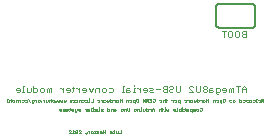
<source format=gbo>
G75*
G70*
%OFA0B0*%
%FSLAX24Y24*%
%IPPOS*%
%LPD*%
%AMOC8*
5,1,8,0,0,1.08239X$1,22.5*
%
%ADD10C,0.0040*%
%ADD11C,0.0020*%
%ADD12C,0.0060*%
D10*
X012411Y004679D02*
X012378Y004712D01*
X012378Y004879D01*
X012478Y004879D01*
X012511Y004846D01*
X012511Y004779D01*
X012478Y004746D01*
X012378Y004746D01*
X012411Y004679D02*
X012445Y004679D01*
X012290Y004779D02*
X012257Y004812D01*
X012157Y004812D01*
X012157Y004846D02*
X012157Y004746D01*
X012257Y004746D01*
X012290Y004779D01*
X012257Y004879D02*
X012190Y004879D01*
X012157Y004846D01*
X012069Y004879D02*
X012069Y004913D01*
X012036Y004946D01*
X011969Y004946D01*
X011936Y004913D01*
X011936Y004879D01*
X011969Y004846D01*
X012036Y004846D01*
X012069Y004879D01*
X012036Y004846D02*
X012069Y004812D01*
X012069Y004779D01*
X012036Y004746D01*
X011969Y004746D01*
X011936Y004779D01*
X011936Y004812D01*
X011969Y004846D01*
X011848Y004779D02*
X011848Y004946D01*
X011715Y004946D02*
X011715Y004779D01*
X011748Y004746D01*
X011815Y004746D01*
X011848Y004779D01*
X011627Y004746D02*
X011494Y004879D01*
X011494Y004913D01*
X011527Y004946D01*
X011594Y004946D01*
X011627Y004913D01*
X011627Y004746D02*
X011494Y004746D01*
X011185Y004779D02*
X011185Y004946D01*
X011052Y004946D02*
X011052Y004779D01*
X011085Y004746D01*
X011152Y004746D01*
X011185Y004779D01*
X010964Y004779D02*
X010931Y004746D01*
X010864Y004746D01*
X010831Y004779D01*
X010831Y004812D01*
X010864Y004846D01*
X010931Y004846D01*
X010964Y004879D01*
X010964Y004913D01*
X010931Y004946D01*
X010864Y004946D01*
X010831Y004913D01*
X010743Y004946D02*
X010743Y004746D01*
X010643Y004746D01*
X010610Y004779D01*
X010610Y004812D01*
X010643Y004846D01*
X010743Y004846D01*
X010643Y004846D02*
X010610Y004879D01*
X010610Y004913D01*
X010643Y004946D01*
X010743Y004946D01*
X010522Y004846D02*
X010389Y004846D01*
X010301Y004846D02*
X010268Y004879D01*
X010168Y004879D01*
X010201Y004812D02*
X010268Y004812D01*
X010301Y004846D01*
X010301Y004746D02*
X010201Y004746D01*
X010168Y004779D01*
X010201Y004812D01*
X010080Y004812D02*
X009947Y004812D01*
X009947Y004846D01*
X009980Y004879D01*
X010047Y004879D01*
X010080Y004846D01*
X010080Y004779D01*
X010047Y004746D01*
X009980Y004746D01*
X009859Y004746D02*
X009859Y004879D01*
X009793Y004879D02*
X009759Y004879D01*
X009793Y004879D02*
X009859Y004812D01*
X009675Y004746D02*
X009609Y004746D01*
X009642Y004746D02*
X009642Y004879D01*
X009675Y004879D01*
X009642Y004946D02*
X009642Y004979D01*
X009495Y004879D02*
X009428Y004879D01*
X009395Y004846D01*
X009395Y004746D01*
X009495Y004746D01*
X009528Y004779D01*
X009495Y004812D01*
X009395Y004812D01*
X009307Y004746D02*
X009240Y004746D01*
X009274Y004746D02*
X009274Y004946D01*
X009307Y004946D01*
X008939Y004846D02*
X008939Y004779D01*
X008905Y004746D01*
X008805Y004746D01*
X008718Y004779D02*
X008718Y004846D01*
X008684Y004879D01*
X008618Y004879D01*
X008584Y004846D01*
X008584Y004779D01*
X008618Y004746D01*
X008684Y004746D01*
X008718Y004779D01*
X008805Y004879D02*
X008905Y004879D01*
X008939Y004846D01*
X008497Y004879D02*
X008497Y004746D01*
X008497Y004879D02*
X008397Y004879D01*
X008363Y004846D01*
X008363Y004746D01*
X008209Y004746D02*
X008142Y004879D01*
X008055Y004846D02*
X008021Y004879D01*
X007955Y004879D01*
X007921Y004846D01*
X007921Y004812D01*
X008055Y004812D01*
X008055Y004779D02*
X008055Y004846D01*
X008055Y004779D02*
X008021Y004746D01*
X007955Y004746D01*
X007834Y004746D02*
X007834Y004879D01*
X007834Y004812D02*
X007767Y004879D01*
X007734Y004879D01*
X007650Y004879D02*
X007583Y004879D01*
X007616Y004913D02*
X007616Y004779D01*
X007583Y004746D01*
X007502Y004779D02*
X007502Y004846D01*
X007469Y004879D01*
X007402Y004879D01*
X007369Y004846D01*
X007369Y004812D01*
X007502Y004812D01*
X007502Y004779D02*
X007469Y004746D01*
X007402Y004746D01*
X007281Y004746D02*
X007281Y004879D01*
X007215Y004879D02*
X007181Y004879D01*
X007215Y004879D02*
X007281Y004812D01*
X006876Y004746D02*
X006876Y004879D01*
X006843Y004879D01*
X006810Y004846D01*
X006776Y004879D01*
X006743Y004846D01*
X006743Y004746D01*
X006810Y004746D02*
X006810Y004846D01*
X006655Y004846D02*
X006655Y004779D01*
X006622Y004746D01*
X006555Y004746D01*
X006522Y004779D01*
X006522Y004846D01*
X006555Y004879D01*
X006622Y004879D01*
X006655Y004846D01*
X006434Y004846D02*
X006401Y004879D01*
X006301Y004879D01*
X006301Y004946D02*
X006301Y004746D01*
X006401Y004746D01*
X006434Y004779D01*
X006434Y004846D01*
X006213Y004879D02*
X006213Y004779D01*
X006180Y004746D01*
X006080Y004746D01*
X006080Y004879D01*
X005992Y004946D02*
X005959Y004946D01*
X005959Y004746D01*
X005992Y004746D02*
X005926Y004746D01*
X005845Y004779D02*
X005845Y004846D01*
X005812Y004879D01*
X005745Y004879D01*
X005712Y004846D01*
X005712Y004812D01*
X005845Y004812D01*
X005845Y004779D02*
X005812Y004746D01*
X005745Y004746D01*
X008209Y004746D02*
X008276Y004879D01*
X012599Y004846D02*
X012599Y004812D01*
X012732Y004812D01*
X012732Y004779D02*
X012732Y004846D01*
X012699Y004879D01*
X012632Y004879D01*
X012599Y004846D01*
X012632Y004746D02*
X012699Y004746D01*
X012732Y004779D01*
X012820Y004746D02*
X012820Y004846D01*
X012853Y004879D01*
X012887Y004846D01*
X012887Y004746D01*
X012953Y004746D02*
X012953Y004879D01*
X012920Y004879D01*
X012887Y004846D01*
X013041Y004946D02*
X013174Y004946D01*
X013108Y004946D02*
X013108Y004746D01*
X013262Y004746D02*
X013262Y004879D01*
X013329Y004946D01*
X013395Y004879D01*
X013395Y004746D01*
X013395Y004846D02*
X013262Y004846D01*
X013270Y006583D02*
X013370Y006583D01*
X013370Y006783D01*
X013270Y006783D01*
X013237Y006750D01*
X013237Y006717D01*
X013270Y006683D01*
X013370Y006683D01*
X013270Y006683D02*
X013237Y006650D01*
X013237Y006617D01*
X013270Y006583D01*
X013149Y006617D02*
X013149Y006750D01*
X013116Y006783D01*
X013049Y006783D01*
X013016Y006750D01*
X013016Y006617D01*
X013049Y006583D01*
X013116Y006583D01*
X013149Y006617D01*
X012928Y006617D02*
X012895Y006583D01*
X012828Y006583D01*
X012795Y006617D01*
X012795Y006750D01*
X012828Y006783D01*
X012895Y006783D01*
X012928Y006750D01*
X012928Y006617D01*
X012707Y006783D02*
X012574Y006783D01*
X012641Y006783D02*
X012641Y006583D01*
D11*
X008058Y003327D02*
X008024Y003361D01*
X008041Y003361D01*
X008041Y003377D01*
X008024Y003377D01*
X008024Y003361D01*
X008101Y003361D02*
X008101Y003411D01*
X008118Y003427D01*
X008168Y003427D01*
X008168Y003361D01*
X008212Y003377D02*
X008212Y003411D01*
X008229Y003427D01*
X008262Y003427D01*
X008279Y003411D01*
X008279Y003377D01*
X008262Y003361D01*
X008229Y003361D01*
X008212Y003377D01*
X008319Y003361D02*
X008336Y003377D01*
X008336Y003444D01*
X008352Y003427D02*
X008319Y003427D01*
X008396Y003427D02*
X008446Y003427D01*
X008463Y003411D01*
X008446Y003394D01*
X008413Y003394D01*
X008396Y003377D01*
X008413Y003361D01*
X008463Y003361D01*
X008507Y003394D02*
X008573Y003394D01*
X008573Y003377D02*
X008573Y003411D01*
X008557Y003427D01*
X008523Y003427D01*
X008507Y003411D01*
X008507Y003394D01*
X008523Y003361D02*
X008557Y003361D01*
X008573Y003377D01*
X008617Y003361D02*
X008617Y003461D01*
X008684Y003461D02*
X008684Y003361D01*
X008650Y003394D01*
X008617Y003361D01*
X008838Y003394D02*
X008905Y003394D01*
X008905Y003377D02*
X008905Y003411D01*
X008888Y003427D01*
X008855Y003427D01*
X008838Y003411D01*
X008838Y003394D01*
X008855Y003361D02*
X008888Y003361D01*
X008905Y003377D01*
X008947Y003361D02*
X008997Y003394D01*
X008947Y003427D01*
X008997Y003461D02*
X008997Y003361D01*
X009041Y003361D02*
X009041Y003427D01*
X009107Y003427D02*
X009107Y003377D01*
X009091Y003361D01*
X009041Y003361D01*
X009151Y003361D02*
X009218Y003361D01*
X009218Y003461D01*
X007874Y003444D02*
X007857Y003461D01*
X007824Y003461D01*
X007807Y003444D01*
X007807Y003427D01*
X007874Y003361D01*
X007807Y003361D01*
X007763Y003377D02*
X007696Y003444D01*
X007696Y003377D01*
X007713Y003361D01*
X007746Y003361D01*
X007763Y003377D01*
X007763Y003444D01*
X007746Y003461D01*
X007713Y003461D01*
X007696Y003444D01*
X007653Y003427D02*
X007619Y003461D01*
X007619Y003361D01*
X007586Y003361D02*
X007653Y003361D01*
X007542Y003361D02*
X007475Y003427D01*
X007475Y003444D01*
X007492Y003461D01*
X007526Y003461D01*
X007542Y003444D01*
X007542Y003361D02*
X007475Y003361D01*
X007694Y004077D02*
X007711Y004077D01*
X007694Y004077D02*
X007677Y004094D01*
X007677Y004177D01*
X007634Y004161D02*
X007617Y004177D01*
X007567Y004177D01*
X007583Y004144D02*
X007617Y004144D01*
X007634Y004161D01*
X007634Y004111D02*
X007583Y004111D01*
X007567Y004127D01*
X007583Y004144D01*
X007523Y004177D02*
X007490Y004177D01*
X007506Y004194D02*
X007506Y004127D01*
X007490Y004111D01*
X007449Y004127D02*
X007449Y004161D01*
X007433Y004177D01*
X007399Y004177D01*
X007383Y004161D01*
X007383Y004144D01*
X007449Y004144D01*
X007449Y004127D02*
X007433Y004111D01*
X007399Y004111D01*
X007339Y004111D02*
X007339Y004177D01*
X007322Y004177D01*
X007306Y004161D01*
X007289Y004177D01*
X007272Y004161D01*
X007272Y004111D01*
X007306Y004111D02*
X007306Y004161D01*
X007228Y004161D02*
X007212Y004177D01*
X007162Y004177D01*
X007178Y004144D02*
X007212Y004144D01*
X007228Y004161D01*
X007228Y004111D02*
X007178Y004111D01*
X007162Y004127D01*
X007178Y004144D01*
X007677Y004111D02*
X007727Y004111D01*
X007744Y004127D01*
X007744Y004177D01*
X007788Y004177D02*
X007838Y004177D01*
X007854Y004161D01*
X007838Y004144D01*
X007804Y004144D01*
X007788Y004127D01*
X007804Y004111D01*
X007854Y004111D01*
X008007Y004177D02*
X008024Y004177D01*
X008057Y004144D01*
X008057Y004111D02*
X008057Y004177D01*
X008101Y004161D02*
X008101Y004111D01*
X008151Y004111D01*
X008167Y004127D01*
X008151Y004144D01*
X008101Y004144D01*
X008101Y004161D02*
X008117Y004177D01*
X008151Y004177D01*
X008224Y004211D02*
X008224Y004111D01*
X008208Y004111D02*
X008241Y004111D01*
X008281Y004111D02*
X008315Y004111D01*
X008298Y004111D02*
X008298Y004177D01*
X008315Y004177D01*
X008298Y004211D02*
X008298Y004227D01*
X008241Y004211D02*
X008224Y004211D01*
X008359Y004161D02*
X008359Y004111D01*
X008392Y004111D02*
X008392Y004161D01*
X008375Y004177D01*
X008359Y004161D01*
X008392Y004161D02*
X008409Y004177D01*
X008425Y004177D01*
X008425Y004111D01*
X008466Y004111D02*
X008499Y004111D01*
X008482Y004111D02*
X008482Y004177D01*
X008499Y004177D01*
X008482Y004211D02*
X008482Y004227D01*
X008543Y004177D02*
X008593Y004177D01*
X008609Y004161D01*
X008593Y004144D01*
X008559Y004144D01*
X008543Y004127D01*
X008559Y004111D01*
X008609Y004111D01*
X008764Y004111D02*
X008814Y004111D01*
X008830Y004127D01*
X008830Y004161D01*
X008814Y004177D01*
X008764Y004177D01*
X008764Y004211D02*
X008764Y004111D01*
X008874Y004111D02*
X008874Y004161D01*
X008891Y004177D01*
X008941Y004177D01*
X008941Y004111D01*
X008985Y004111D02*
X009035Y004111D01*
X009051Y004127D01*
X009035Y004144D01*
X008985Y004144D01*
X008985Y004161D02*
X008985Y004111D01*
X008985Y004161D02*
X009001Y004177D01*
X009035Y004177D01*
X009206Y004161D02*
X009206Y004127D01*
X009222Y004111D01*
X009256Y004111D01*
X009272Y004127D01*
X009272Y004161D01*
X009256Y004177D01*
X009222Y004177D01*
X009206Y004161D01*
X009316Y004161D02*
X009316Y004111D01*
X009316Y004161D02*
X009333Y004177D01*
X009383Y004177D01*
X009383Y004111D01*
X009426Y004127D02*
X009426Y004211D01*
X009493Y004211D02*
X009493Y004127D01*
X009476Y004111D01*
X009443Y004111D01*
X009426Y004127D01*
X009647Y004127D02*
X009647Y004161D01*
X009664Y004177D01*
X009697Y004177D01*
X009714Y004161D01*
X009714Y004127D01*
X009697Y004111D01*
X009664Y004111D01*
X009647Y004127D01*
X009758Y004111D02*
X009758Y004161D01*
X009775Y004177D01*
X009825Y004177D01*
X009825Y004111D01*
X009865Y004111D02*
X009898Y004111D01*
X009882Y004111D02*
X009882Y004177D01*
X009898Y004177D01*
X009882Y004211D02*
X009882Y004227D01*
X009942Y004177D02*
X009942Y004111D01*
X009992Y004111D01*
X010009Y004127D01*
X010009Y004177D01*
X010052Y004177D02*
X010103Y004177D01*
X010119Y004161D01*
X010119Y004127D01*
X010103Y004111D01*
X010052Y004111D01*
X010052Y004211D01*
X010161Y004177D02*
X010178Y004177D01*
X010211Y004144D01*
X010211Y004111D02*
X010211Y004177D01*
X010255Y004177D02*
X010255Y004111D01*
X010255Y004161D02*
X010322Y004161D01*
X010322Y004177D02*
X010288Y004211D01*
X010255Y004177D01*
X010322Y004177D02*
X010322Y004111D01*
X010476Y004111D02*
X010476Y004161D01*
X010493Y004177D01*
X010526Y004177D01*
X010543Y004161D01*
X010583Y004177D02*
X010616Y004177D01*
X010600Y004194D02*
X010600Y004127D01*
X010583Y004111D01*
X010543Y004111D02*
X010543Y004211D01*
X010673Y004227D02*
X010673Y004211D01*
X010673Y004177D02*
X010673Y004111D01*
X010657Y004111D02*
X010690Y004111D01*
X010734Y004127D02*
X010734Y004177D01*
X010690Y004177D02*
X010673Y004177D01*
X010734Y004127D02*
X010750Y004111D01*
X010767Y004127D01*
X010784Y004111D01*
X010800Y004127D01*
X010800Y004177D01*
X010955Y004161D02*
X010955Y004144D01*
X011021Y004144D01*
X011021Y004127D02*
X011021Y004161D01*
X011005Y004177D01*
X010971Y004177D01*
X010955Y004161D01*
X010971Y004111D02*
X011005Y004111D01*
X011021Y004127D01*
X011062Y004111D02*
X011095Y004111D01*
X011078Y004111D02*
X011078Y004211D01*
X011095Y004211D01*
X011139Y004161D02*
X011155Y004177D01*
X011206Y004177D01*
X011206Y004211D02*
X011206Y004111D01*
X011155Y004111D01*
X011139Y004127D01*
X011139Y004161D01*
X011246Y004111D02*
X011279Y004111D01*
X011263Y004111D02*
X011263Y004177D01*
X011279Y004177D01*
X011263Y004211D02*
X011263Y004227D01*
X011319Y004177D02*
X011353Y004177D01*
X011336Y004194D02*
X011336Y004127D01*
X011319Y004111D01*
X011397Y004111D02*
X011447Y004111D01*
X011463Y004127D01*
X011447Y004144D01*
X011397Y004144D01*
X011397Y004161D02*
X011397Y004111D01*
X011397Y004161D02*
X011413Y004177D01*
X011447Y004177D01*
X011507Y004161D02*
X011507Y004127D01*
X011524Y004111D01*
X011574Y004111D01*
X011574Y004077D02*
X011574Y004177D01*
X011524Y004177D01*
X011507Y004161D01*
X011618Y004161D02*
X011618Y004111D01*
X011651Y004111D02*
X011651Y004161D01*
X011634Y004177D01*
X011618Y004161D01*
X011651Y004161D02*
X011668Y004177D01*
X011684Y004177D01*
X011684Y004111D01*
X011728Y004127D02*
X011728Y004161D01*
X011745Y004177D01*
X011778Y004177D01*
X011795Y004161D01*
X011795Y004127D01*
X011778Y004111D01*
X011745Y004111D01*
X011728Y004127D01*
X011839Y004127D02*
X011855Y004111D01*
X011889Y004111D01*
X011905Y004127D01*
X011905Y004194D01*
X011889Y004211D01*
X011855Y004211D01*
X011839Y004194D01*
X011797Y004423D02*
X011814Y004440D01*
X011814Y004473D01*
X011797Y004490D01*
X011747Y004490D01*
X011747Y004523D02*
X011747Y004423D01*
X011797Y004423D01*
X011856Y004490D02*
X011872Y004490D01*
X011906Y004457D01*
X011906Y004490D02*
X011906Y004423D01*
X011949Y004423D02*
X011999Y004423D01*
X012016Y004440D01*
X011999Y004457D01*
X011949Y004457D01*
X011949Y004473D02*
X011949Y004423D01*
X011949Y004473D02*
X011966Y004490D01*
X011999Y004490D01*
X012060Y004473D02*
X012126Y004473D01*
X012126Y004423D02*
X012126Y004523D01*
X012060Y004523D02*
X012060Y004423D01*
X012281Y004423D02*
X012281Y004473D01*
X012297Y004490D01*
X012347Y004490D01*
X012347Y004423D01*
X012391Y004457D02*
X012458Y004457D01*
X012458Y004473D02*
X012441Y004490D01*
X012408Y004490D01*
X012391Y004473D01*
X012391Y004457D01*
X012408Y004423D02*
X012441Y004423D01*
X012458Y004440D01*
X012458Y004473D01*
X012502Y004473D02*
X012502Y004440D01*
X012518Y004423D01*
X012568Y004423D01*
X012568Y004390D02*
X012568Y004490D01*
X012518Y004490D01*
X012502Y004473D01*
X012612Y004440D02*
X012612Y004507D01*
X012629Y004523D01*
X012662Y004523D01*
X012679Y004507D01*
X012679Y004440D01*
X012662Y004423D01*
X012629Y004423D01*
X012612Y004440D01*
X012833Y004440D02*
X012850Y004457D01*
X012883Y004457D01*
X012900Y004473D01*
X012883Y004490D01*
X012833Y004490D01*
X012833Y004440D02*
X012850Y004423D01*
X012900Y004423D01*
X012944Y004423D02*
X012994Y004423D01*
X013010Y004440D01*
X012994Y004457D01*
X012944Y004457D01*
X012944Y004473D02*
X012944Y004423D01*
X012944Y004473D02*
X012960Y004490D01*
X012994Y004490D01*
X013165Y004490D02*
X013215Y004490D01*
X013231Y004473D01*
X013231Y004440D01*
X013215Y004423D01*
X013165Y004423D01*
X013165Y004523D01*
X013275Y004473D02*
X013275Y004457D01*
X013342Y004457D01*
X013342Y004473D02*
X013325Y004490D01*
X013292Y004490D01*
X013275Y004473D01*
X013292Y004423D02*
X013325Y004423D01*
X013342Y004440D01*
X013342Y004473D01*
X013385Y004490D02*
X013436Y004490D01*
X013452Y004473D01*
X013436Y004457D01*
X013402Y004457D01*
X013385Y004440D01*
X013402Y004423D01*
X013452Y004423D01*
X013496Y004423D02*
X013546Y004423D01*
X013563Y004440D01*
X013546Y004457D01*
X013496Y004457D01*
X013496Y004473D02*
X013496Y004423D01*
X013496Y004473D02*
X013513Y004490D01*
X013546Y004490D01*
X013606Y004473D02*
X013606Y004457D01*
X013673Y004457D01*
X013673Y004473D02*
X013656Y004490D01*
X013623Y004490D01*
X013606Y004473D01*
X013623Y004423D02*
X013656Y004423D01*
X013673Y004440D01*
X013673Y004473D01*
X013713Y004423D02*
X013747Y004423D01*
X013730Y004423D02*
X013730Y004523D01*
X013747Y004523D01*
X013791Y004473D02*
X013791Y004457D01*
X013857Y004457D01*
X013857Y004473D02*
X013841Y004490D01*
X013807Y004490D01*
X013791Y004473D01*
X013807Y004423D02*
X013841Y004423D01*
X013857Y004440D01*
X013857Y004473D01*
X013901Y004473D02*
X013918Y004457D01*
X013968Y004457D01*
X013934Y004457D02*
X013901Y004423D01*
X013901Y004473D02*
X013901Y004507D01*
X013918Y004523D01*
X013968Y004523D01*
X013968Y004423D01*
X011703Y004440D02*
X011686Y004423D01*
X011670Y004440D01*
X011653Y004423D01*
X011636Y004440D01*
X011636Y004490D01*
X011576Y004490D02*
X011543Y004490D01*
X011526Y004473D01*
X011526Y004423D01*
X011576Y004423D01*
X011593Y004440D01*
X011576Y004457D01*
X011526Y004457D01*
X011482Y004457D02*
X011449Y004490D01*
X011432Y004490D01*
X011390Y004473D02*
X011373Y004490D01*
X011340Y004490D01*
X011323Y004473D01*
X011323Y004457D01*
X011390Y004457D01*
X011390Y004473D02*
X011390Y004440D01*
X011373Y004423D01*
X011340Y004423D01*
X011482Y004423D02*
X011482Y004490D01*
X011703Y004490D02*
X011703Y004440D01*
X011169Y004423D02*
X011119Y004423D01*
X011102Y004440D01*
X011102Y004473D01*
X011119Y004490D01*
X011169Y004490D01*
X011169Y004390D01*
X011059Y004440D02*
X011059Y004473D01*
X011042Y004490D01*
X011009Y004490D01*
X010992Y004473D01*
X010992Y004457D01*
X011059Y004457D01*
X011059Y004440D02*
X011042Y004423D01*
X011009Y004423D01*
X010948Y004423D02*
X010948Y004490D01*
X010915Y004490D02*
X010898Y004490D01*
X010915Y004490D02*
X010948Y004457D01*
X010746Y004490D02*
X010712Y004490D01*
X010729Y004507D02*
X010729Y004440D01*
X010712Y004423D01*
X010672Y004423D02*
X010672Y004523D01*
X010655Y004490D02*
X010622Y004490D01*
X010605Y004473D01*
X010605Y004423D01*
X010561Y004440D02*
X010561Y004473D01*
X010545Y004490D01*
X010511Y004490D01*
X010495Y004473D01*
X010495Y004457D01*
X010561Y004457D01*
X010561Y004440D02*
X010545Y004423D01*
X010511Y004423D01*
X010655Y004490D02*
X010672Y004473D01*
X010341Y004440D02*
X010324Y004423D01*
X010291Y004423D01*
X010274Y004440D01*
X010230Y004423D02*
X010163Y004423D01*
X010120Y004423D02*
X010120Y004523D01*
X010070Y004523D01*
X010053Y004507D01*
X010053Y004473D01*
X010070Y004457D01*
X010120Y004457D01*
X010086Y004457D02*
X010053Y004423D01*
X010009Y004423D02*
X010009Y004523D01*
X009942Y004423D01*
X009942Y004523D01*
X009788Y004507D02*
X009788Y004440D01*
X009772Y004423D01*
X009738Y004423D01*
X009721Y004440D01*
X009721Y004507D01*
X009738Y004523D01*
X009772Y004523D01*
X009788Y004507D01*
X009678Y004490D02*
X009628Y004490D01*
X009611Y004473D01*
X009611Y004440D01*
X009628Y004423D01*
X009678Y004423D01*
X009678Y004390D02*
X009678Y004490D01*
X009567Y004473D02*
X009551Y004490D01*
X009517Y004490D01*
X009501Y004473D01*
X009501Y004457D01*
X009567Y004457D01*
X009567Y004473D02*
X009567Y004440D01*
X009551Y004423D01*
X009517Y004423D01*
X009457Y004423D02*
X009457Y004490D01*
X009407Y004490D01*
X009390Y004473D01*
X009390Y004423D01*
X009236Y004423D02*
X009236Y004523D01*
X009236Y004473D02*
X009169Y004473D01*
X009169Y004523D02*
X009169Y004423D01*
X009125Y004440D02*
X009109Y004457D01*
X009059Y004457D01*
X009059Y004473D02*
X009059Y004423D01*
X009109Y004423D01*
X009125Y004440D01*
X009109Y004490D02*
X009075Y004490D01*
X009059Y004473D01*
X009015Y004457D02*
X008982Y004490D01*
X008965Y004490D01*
X008923Y004473D02*
X008906Y004490D01*
X008856Y004490D01*
X008856Y004523D02*
X008856Y004423D01*
X008906Y004423D01*
X008923Y004440D01*
X008923Y004473D01*
X009015Y004490D02*
X009015Y004423D01*
X008812Y004440D02*
X008796Y004423D01*
X008779Y004440D01*
X008762Y004423D01*
X008746Y004440D01*
X008746Y004490D01*
X008685Y004490D02*
X008652Y004490D01*
X008635Y004473D01*
X008635Y004423D01*
X008685Y004423D01*
X008702Y004440D01*
X008685Y004457D01*
X008635Y004457D01*
X008591Y004457D02*
X008558Y004490D01*
X008541Y004490D01*
X008499Y004473D02*
X008483Y004490D01*
X008449Y004490D01*
X008433Y004473D01*
X008433Y004457D01*
X008499Y004457D01*
X008499Y004473D02*
X008499Y004440D01*
X008483Y004423D01*
X008449Y004423D01*
X008591Y004423D02*
X008591Y004490D01*
X008812Y004490D02*
X008812Y004440D01*
X008278Y004423D02*
X008212Y004423D01*
X008168Y004423D02*
X008135Y004423D01*
X008151Y004423D02*
X008151Y004490D01*
X008168Y004490D01*
X008151Y004523D02*
X008151Y004540D01*
X008094Y004473D02*
X008094Y004440D01*
X008078Y004423D01*
X008028Y004423D01*
X007984Y004440D02*
X007984Y004473D01*
X007967Y004490D01*
X007934Y004490D01*
X007917Y004473D01*
X007917Y004457D01*
X007984Y004457D01*
X007984Y004440D02*
X007967Y004423D01*
X007934Y004423D01*
X007873Y004423D02*
X007873Y004490D01*
X007823Y004490D01*
X007807Y004473D01*
X007807Y004423D01*
X007763Y004440D02*
X007746Y004423D01*
X007696Y004423D01*
X007652Y004440D02*
X007652Y004473D01*
X007636Y004490D01*
X007602Y004490D01*
X007586Y004473D01*
X007586Y004457D01*
X007652Y004457D01*
X007652Y004440D02*
X007636Y004423D01*
X007602Y004423D01*
X007542Y004423D02*
X007542Y004440D01*
X007525Y004440D01*
X007525Y004423D01*
X007542Y004423D01*
X007542Y004473D02*
X007542Y004490D01*
X007525Y004490D01*
X007525Y004473D01*
X007542Y004473D01*
X007696Y004490D02*
X007746Y004490D01*
X007763Y004473D01*
X007763Y004440D01*
X008028Y004490D02*
X008078Y004490D01*
X008094Y004473D01*
X008278Y004523D02*
X008278Y004423D01*
X007376Y004440D02*
X007360Y004423D01*
X007343Y004440D01*
X007326Y004423D01*
X007310Y004440D01*
X007310Y004490D01*
X007266Y004490D02*
X007266Y004440D01*
X007249Y004423D01*
X007232Y004440D01*
X007216Y004423D01*
X007199Y004440D01*
X007199Y004490D01*
X007155Y004490D02*
X007155Y004440D01*
X007139Y004423D01*
X007122Y004440D01*
X007105Y004423D01*
X007089Y004440D01*
X007089Y004490D01*
X007045Y004440D02*
X007028Y004440D01*
X007028Y004423D01*
X007045Y004423D01*
X007045Y004440D01*
X006990Y004440D02*
X006973Y004423D01*
X006940Y004423D01*
X006923Y004440D01*
X006923Y004473D01*
X006940Y004490D01*
X006973Y004490D01*
X006990Y004473D01*
X006990Y004440D01*
X006879Y004423D02*
X006879Y004523D01*
X006862Y004490D02*
X006829Y004490D01*
X006812Y004473D01*
X006812Y004423D01*
X006769Y004440D02*
X006752Y004423D01*
X006735Y004440D01*
X006719Y004423D01*
X006702Y004440D01*
X006702Y004490D01*
X006658Y004490D02*
X006658Y004423D01*
X006658Y004457D02*
X006625Y004490D01*
X006608Y004490D01*
X006566Y004440D02*
X006549Y004440D01*
X006549Y004423D01*
X006566Y004423D01*
X006566Y004440D01*
X006511Y004440D02*
X006494Y004423D01*
X006461Y004423D01*
X006444Y004440D01*
X006444Y004473D01*
X006461Y004490D01*
X006494Y004490D01*
X006511Y004473D01*
X006511Y004440D01*
X006400Y004457D02*
X006367Y004490D01*
X006350Y004490D01*
X006308Y004473D02*
X006308Y004440D01*
X006292Y004423D01*
X006242Y004423D01*
X006242Y004407D02*
X006242Y004490D01*
X006292Y004490D01*
X006308Y004473D01*
X006275Y004390D02*
X006258Y004390D01*
X006242Y004407D01*
X006198Y004423D02*
X006131Y004523D01*
X006087Y004473D02*
X006087Y004440D01*
X006071Y004423D01*
X006021Y004423D01*
X005977Y004440D02*
X005977Y004473D01*
X005960Y004490D01*
X005927Y004490D01*
X005910Y004473D01*
X005910Y004457D01*
X005977Y004457D01*
X005977Y004440D02*
X005960Y004423D01*
X005927Y004423D01*
X005866Y004423D02*
X005866Y004490D01*
X005833Y004490D02*
X005816Y004490D01*
X005833Y004490D02*
X005866Y004457D01*
X005774Y004490D02*
X005724Y004490D01*
X005708Y004473D01*
X005708Y004423D01*
X005664Y004440D02*
X005647Y004423D01*
X005614Y004423D01*
X005597Y004440D01*
X005597Y004473D01*
X005614Y004490D01*
X005647Y004490D01*
X005664Y004473D01*
X005664Y004440D01*
X005774Y004423D02*
X005774Y004490D01*
X005553Y004473D02*
X005537Y004490D01*
X005503Y004490D01*
X005487Y004473D01*
X005487Y004423D01*
X005443Y004423D02*
X005410Y004423D01*
X005426Y004423D02*
X005426Y004523D01*
X005443Y004523D01*
X005553Y004523D02*
X005553Y004423D01*
X006021Y004490D02*
X006071Y004490D01*
X006087Y004473D01*
X006400Y004490D02*
X006400Y004423D01*
X006769Y004440D02*
X006769Y004490D01*
X006862Y004490D02*
X006879Y004473D01*
X007376Y004490D02*
X007376Y004440D01*
X010163Y004523D02*
X010230Y004523D01*
X010230Y004423D01*
X010230Y004473D02*
X010197Y004473D01*
X010274Y004507D02*
X010291Y004523D01*
X010324Y004523D01*
X010341Y004507D01*
X010341Y004440D01*
D12*
X012490Y006888D02*
X013590Y006888D01*
X013607Y006890D01*
X013624Y006894D01*
X013640Y006901D01*
X013654Y006911D01*
X013667Y006924D01*
X013677Y006938D01*
X013684Y006954D01*
X013688Y006971D01*
X013690Y006988D01*
X013690Y007588D01*
X013688Y007605D01*
X013684Y007622D01*
X013677Y007638D01*
X013667Y007652D01*
X013654Y007665D01*
X013640Y007675D01*
X013624Y007682D01*
X013607Y007686D01*
X013590Y007688D01*
X012490Y007688D01*
X012473Y007686D01*
X012456Y007682D01*
X012440Y007675D01*
X012426Y007665D01*
X012413Y007652D01*
X012403Y007638D01*
X012396Y007622D01*
X012392Y007605D01*
X012390Y007588D01*
X012390Y006988D01*
X012392Y006971D01*
X012396Y006954D01*
X012403Y006938D01*
X012413Y006924D01*
X012426Y006911D01*
X012440Y006901D01*
X012456Y006894D01*
X012473Y006890D01*
X012490Y006888D01*
M02*

</source>
